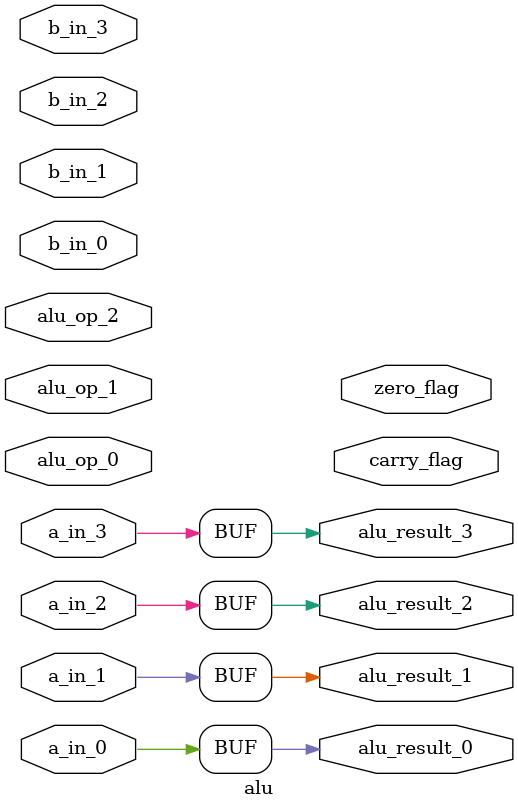
<source format=sv>
`timescale 1ns / 1ps

module alu(
    input a_in_0,
    input a_in_1,
    input a_in_2,
    input a_in_3,
    input b_in_0,
    input b_in_1,
    input b_in_2,
    input b_in_3,
    input alu_op_0,
    input alu_op_1,
    input alu_op_2,
    output alu_result_0,
    output alu_result_1,
    output alu_result_2,
    output alu_result_3,
    output zero_flag,
    output carry_flag
    );
    
    assign a_in_0 = alu_result_0;
    assign a_in_1 = alu_result_1;
    assign a_in_2 = alu_result_2;
    assign a_in_3 = alu_result_3;
       
    //------------------------- AND (000) -------------------------
    
    //------------------------- OR  (001) -------------------------
    
    //------------------------- ADD (010) -------------------------
    
    //------------------------- SUB (110) -------------------------
    
    //------------------------- PIB (111) -------------------------
    
    //---------------------------- MUX ----------------------------
    
    //--------------------------- FLAGS ---------------------------
    
    
endmodule

</source>
